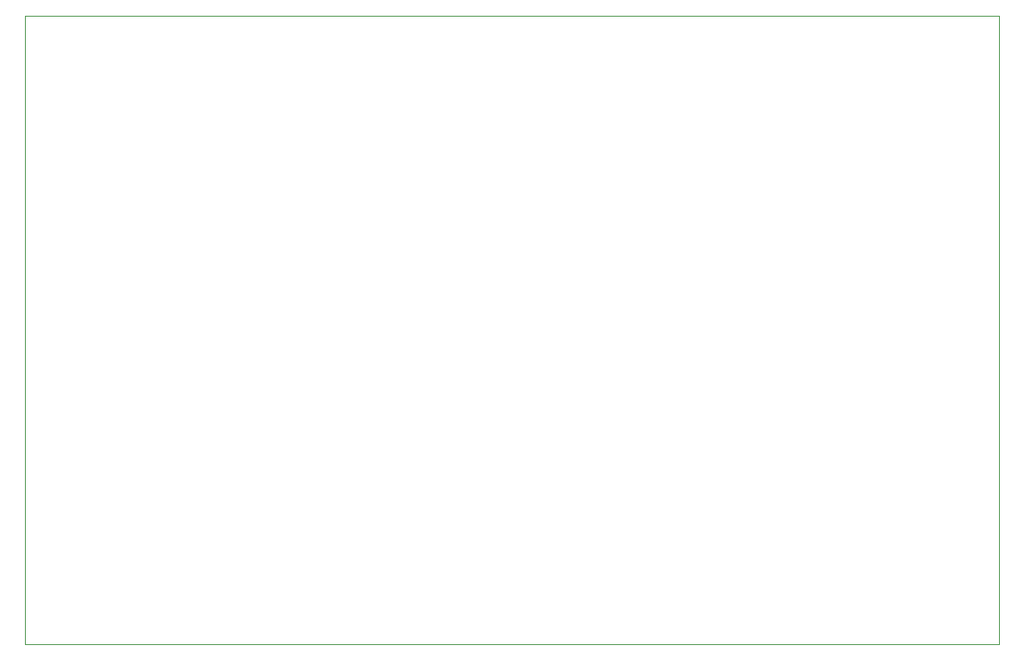
<source format=gm1>
G04 #@! TF.GenerationSoftware,KiCad,Pcbnew,(7.0.0)*
G04 #@! TF.CreationDate,2023-09-08T01:05:13+09:00*
G04 #@! TF.ProjectId,MEZ68HC11,4d455a36-3848-4433-9131-2e6b69636164,rev?*
G04 #@! TF.SameCoordinates,PX55d4a80PY9043270*
G04 #@! TF.FileFunction,Profile,NP*
%FSLAX46Y46*%
G04 Gerber Fmt 4.6, Leading zero omitted, Abs format (unit mm)*
G04 Created by KiCad (PCBNEW (7.0.0)) date 2023-09-08 01:05:13*
%MOMM*%
%LPD*%
G01*
G04 APERTURE LIST*
G04 #@! TA.AperFunction,Profile*
%ADD10C,0.100000*%
G04 #@! TD*
G04 APERTURE END LIST*
D10*
X0Y-241000D02*
X0Y63640000D01*
X99103000Y63640000D02*
X99103000Y-241000D01*
X99103000Y63640000D02*
X0Y63640000D01*
X99103000Y-241000D02*
X0Y-241000D01*
M02*

</source>
